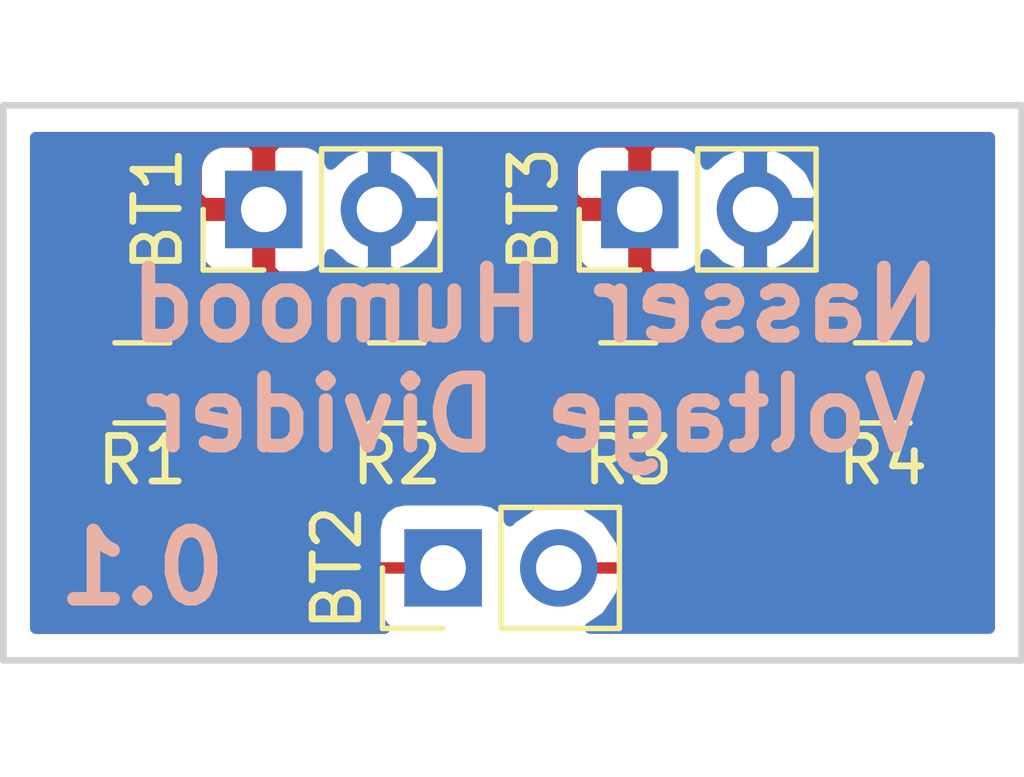
<source format=kicad_pcb>
(kicad_pcb (version 4) (host pcbnew 4.0.6)

  (general
    (links 9)
    (no_connects 0)
    (area 147.244999 110.668999 169.747001 123.011001)
    (thickness 1.6)
    (drawings 6)
    (tracks 12)
    (zones 0)
    (modules 7)
    (nets 6)
  )

  (page A4)
  (layers
    (0 F.Cu signal)
    (31 B.Cu signal hide)
    (32 B.Adhes user)
    (33 F.Adhes user)
    (34 B.Paste user)
    (35 F.Paste user)
    (36 B.SilkS user)
    (37 F.SilkS user)
    (38 B.Mask user)
    (39 F.Mask user)
    (40 Dwgs.User user)
    (41 Cmts.User user)
    (42 Eco1.User user)
    (43 Eco2.User user)
    (44 Edge.Cuts user)
    (45 Margin user)
    (46 B.CrtYd user)
    (47 F.CrtYd user)
    (48 B.Fab user)
    (49 F.Fab user)
  )

  (setup
    (last_trace_width 0.25)
    (trace_clearance 0.2)
    (zone_clearance 0.508)
    (zone_45_only no)
    (trace_min 0.2)
    (segment_width 0.2)
    (edge_width 0.15)
    (via_size 0.6)
    (via_drill 0.4)
    (via_min_size 0.4)
    (via_min_drill 0.3)
    (uvia_size 0.3)
    (uvia_drill 0.1)
    (uvias_allowed no)
    (uvia_min_size 0.2)
    (uvia_min_drill 0.1)
    (pcb_text_width 0.3)
    (pcb_text_size 1.5 1.5)
    (mod_edge_width 0.15)
    (mod_text_size 1 1)
    (mod_text_width 0.15)
    (pad_size 1.524 1.524)
    (pad_drill 0.762)
    (pad_to_mask_clearance 0.2)
    (aux_axis_origin 0 0)
    (visible_elements FFFFFF7F)
    (pcbplotparams
      (layerselection 0x00030_80000001)
      (usegerberextensions false)
      (excludeedgelayer true)
      (linewidth 0.100000)
      (plotframeref false)
      (viasonmask false)
      (mode 1)
      (useauxorigin false)
      (hpglpennumber 1)
      (hpglpenspeed 20)
      (hpglpendiameter 15)
      (hpglpenoverlay 2)
      (psnegative false)
      (psa4output false)
      (plotreference true)
      (plotvalue true)
      (plotinvisibletext false)
      (padsonsilk false)
      (subtractmaskfromsilk false)
      (outputformat 1)
      (mirror false)
      (drillshape 1)
      (scaleselection 1)
      (outputdirectory ""))
  )

  (net 0 "")
  (net 1 VCC)
  (net 2 GND)
  (net 3 VCC5)
  (net 4 GND5)
  (net 5 "Net-(R2-Pad1)")

  (net_class Default "This is the default net class."
    (clearance 0.2)
    (trace_width 0.25)
    (via_dia 0.6)
    (via_drill 0.4)
    (uvia_dia 0.3)
    (uvia_drill 0.1)
    (add_net GND)
    (add_net GND5)
    (add_net "Net-(R2-Pad1)")
    (add_net VCC)
    (add_net VCC5)
  )

  (module Socket_Strips:Socket_Strip_Straight_1x02_Pitch2.54mm (layer F.Cu) (tedit 588DE956) (tstamp 5B9B9705)
    (at 153.035 113.03 90)
    (descr "Through hole straight socket strip, 1x02, 2.54mm pitch, single row")
    (tags "Through hole socket strip THT 1x02 2.54mm single row")
    (path /5B9B7C91)
    (fp_text reference BT1 (at 0 -2.33 90) (layer F.SilkS)
      (effects (font (size 1 1) (thickness 0.15)))
    )
    (fp_text value Battery_Cell (at 0 4.87 90) (layer F.Fab)
      (effects (font (size 1 1) (thickness 0.15)))
    )
    (fp_line (start -1.27 -1.27) (end -1.27 3.81) (layer F.Fab) (width 0.1))
    (fp_line (start -1.27 3.81) (end 1.27 3.81) (layer F.Fab) (width 0.1))
    (fp_line (start 1.27 3.81) (end 1.27 -1.27) (layer F.Fab) (width 0.1))
    (fp_line (start 1.27 -1.27) (end -1.27 -1.27) (layer F.Fab) (width 0.1))
    (fp_line (start -1.33 1.27) (end -1.33 3.87) (layer F.SilkS) (width 0.12))
    (fp_line (start -1.33 3.87) (end 1.33 3.87) (layer F.SilkS) (width 0.12))
    (fp_line (start 1.33 3.87) (end 1.33 1.27) (layer F.SilkS) (width 0.12))
    (fp_line (start 1.33 1.27) (end -1.33 1.27) (layer F.SilkS) (width 0.12))
    (fp_line (start -1.33 0) (end -1.33 -1.33) (layer F.SilkS) (width 0.12))
    (fp_line (start -1.33 -1.33) (end 0 -1.33) (layer F.SilkS) (width 0.12))
    (fp_line (start -1.55 -1.55) (end -1.55 4.1) (layer F.CrtYd) (width 0.05))
    (fp_line (start -1.55 4.1) (end 1.55 4.1) (layer F.CrtYd) (width 0.05))
    (fp_line (start 1.55 4.1) (end 1.55 -1.55) (layer F.CrtYd) (width 0.05))
    (fp_line (start 1.55 -1.55) (end -1.55 -1.55) (layer F.CrtYd) (width 0.05))
    (pad 1 thru_hole rect (at 0 0 90) (size 1.7 1.7) (drill 1) (layers *.Cu *.Mask)
      (net 1 VCC))
    (pad 2 thru_hole oval (at 0 2.54 90) (size 1.7 1.7) (drill 1) (layers *.Cu *.Mask)
      (net 2 GND))
    (model Socket_Strips.3dshapes/Socket_Strip_Straight_1x02_Pitch2.54mm.wrl
      (at (xyz 0 -0.05 0))
      (scale (xyz 1 1 1))
      (rotate (xyz 0 0 270))
    )
  )

  (module Socket_Strips:Socket_Strip_Straight_1x02_Pitch2.54mm (layer F.Cu) (tedit 588DE956) (tstamp 5B9B970B)
    (at 156.972 120.904 90)
    (descr "Through hole straight socket strip, 1x02, 2.54mm pitch, single row")
    (tags "Through hole socket strip THT 1x02 2.54mm single row")
    (path /5B9B8477)
    (fp_text reference BT2 (at 0 -2.33 90) (layer F.SilkS)
      (effects (font (size 1 1) (thickness 0.15)))
    )
    (fp_text value Battery_Cell (at 0 4.87 90) (layer F.Fab)
      (effects (font (size 1 1) (thickness 0.15)))
    )
    (fp_line (start -1.27 -1.27) (end -1.27 3.81) (layer F.Fab) (width 0.1))
    (fp_line (start -1.27 3.81) (end 1.27 3.81) (layer F.Fab) (width 0.1))
    (fp_line (start 1.27 3.81) (end 1.27 -1.27) (layer F.Fab) (width 0.1))
    (fp_line (start 1.27 -1.27) (end -1.27 -1.27) (layer F.Fab) (width 0.1))
    (fp_line (start -1.33 1.27) (end -1.33 3.87) (layer F.SilkS) (width 0.12))
    (fp_line (start -1.33 3.87) (end 1.33 3.87) (layer F.SilkS) (width 0.12))
    (fp_line (start 1.33 3.87) (end 1.33 1.27) (layer F.SilkS) (width 0.12))
    (fp_line (start 1.33 1.27) (end -1.33 1.27) (layer F.SilkS) (width 0.12))
    (fp_line (start -1.33 0) (end -1.33 -1.33) (layer F.SilkS) (width 0.12))
    (fp_line (start -1.33 -1.33) (end 0 -1.33) (layer F.SilkS) (width 0.12))
    (fp_line (start -1.55 -1.55) (end -1.55 4.1) (layer F.CrtYd) (width 0.05))
    (fp_line (start -1.55 4.1) (end 1.55 4.1) (layer F.CrtYd) (width 0.05))
    (fp_line (start 1.55 4.1) (end 1.55 -1.55) (layer F.CrtYd) (width 0.05))
    (fp_line (start 1.55 -1.55) (end -1.55 -1.55) (layer F.CrtYd) (width 0.05))
    (pad 1 thru_hole rect (at 0 0 90) (size 1.7 1.7) (drill 1) (layers *.Cu *.Mask)
      (net 3 VCC5))
    (pad 2 thru_hole oval (at 0 2.54 90) (size 1.7 1.7) (drill 1) (layers *.Cu *.Mask)
      (net 4 GND5))
    (model Socket_Strips.3dshapes/Socket_Strip_Straight_1x02_Pitch2.54mm.wrl
      (at (xyz 0 -0.05 0))
      (scale (xyz 1 1 1))
      (rotate (xyz 0 0 270))
    )
  )

  (module Socket_Strips:Socket_Strip_Straight_1x02_Pitch2.54mm (layer F.Cu) (tedit 588DE956) (tstamp 5B9B9711)
    (at 161.29 113.03 90)
    (descr "Through hole straight socket strip, 1x02, 2.54mm pitch, single row")
    (tags "Through hole socket strip THT 1x02 2.54mm single row")
    (path /5B9B90CD)
    (fp_text reference BT3 (at 0 -2.33 90) (layer F.SilkS)
      (effects (font (size 1 1) (thickness 0.15)))
    )
    (fp_text value Battery_Cell (at 0 4.87 90) (layer F.Fab)
      (effects (font (size 1 1) (thickness 0.15)))
    )
    (fp_line (start -1.27 -1.27) (end -1.27 3.81) (layer F.Fab) (width 0.1))
    (fp_line (start -1.27 3.81) (end 1.27 3.81) (layer F.Fab) (width 0.1))
    (fp_line (start 1.27 3.81) (end 1.27 -1.27) (layer F.Fab) (width 0.1))
    (fp_line (start 1.27 -1.27) (end -1.27 -1.27) (layer F.Fab) (width 0.1))
    (fp_line (start -1.33 1.27) (end -1.33 3.87) (layer F.SilkS) (width 0.12))
    (fp_line (start -1.33 3.87) (end 1.33 3.87) (layer F.SilkS) (width 0.12))
    (fp_line (start 1.33 3.87) (end 1.33 1.27) (layer F.SilkS) (width 0.12))
    (fp_line (start 1.33 1.27) (end -1.33 1.27) (layer F.SilkS) (width 0.12))
    (fp_line (start -1.33 0) (end -1.33 -1.33) (layer F.SilkS) (width 0.12))
    (fp_line (start -1.33 -1.33) (end 0 -1.33) (layer F.SilkS) (width 0.12))
    (fp_line (start -1.55 -1.55) (end -1.55 4.1) (layer F.CrtYd) (width 0.05))
    (fp_line (start -1.55 4.1) (end 1.55 4.1) (layer F.CrtYd) (width 0.05))
    (fp_line (start 1.55 4.1) (end 1.55 -1.55) (layer F.CrtYd) (width 0.05))
    (fp_line (start 1.55 -1.55) (end -1.55 -1.55) (layer F.CrtYd) (width 0.05))
    (pad 1 thru_hole rect (at 0 0 90) (size 1.7 1.7) (drill 1) (layers *.Cu *.Mask)
      (net 1 VCC))
    (pad 2 thru_hole oval (at 0 2.54 90) (size 1.7 1.7) (drill 1) (layers *.Cu *.Mask)
      (net 2 GND))
    (model Socket_Strips.3dshapes/Socket_Strip_Straight_1x02_Pitch2.54mm.wrl
      (at (xyz 0 -0.05 0))
      (scale (xyz 1 1 1))
      (rotate (xyz 0 0 270))
    )
  )

  (module Resistors_SMD:R_0805_HandSoldering (layer F.Cu) (tedit 58AADA1D) (tstamp 5B9B9717)
    (at 150.368 116.84 180)
    (descr "Resistor SMD 0805, hand soldering")
    (tags "resistor 0805")
    (path /5B9B9350)
    (attr smd)
    (fp_text reference R1 (at 0 -1.7 180) (layer F.SilkS)
      (effects (font (size 1 1) (thickness 0.15)))
    )
    (fp_text value 100 (at 0 1.75 180) (layer F.Fab)
      (effects (font (size 1 1) (thickness 0.15)))
    )
    (fp_text user %R (at 0 -1.7 180) (layer F.Fab)
      (effects (font (size 1 1) (thickness 0.15)))
    )
    (fp_line (start -1 0.62) (end -1 -0.62) (layer F.Fab) (width 0.1))
    (fp_line (start 1 0.62) (end -1 0.62) (layer F.Fab) (width 0.1))
    (fp_line (start 1 -0.62) (end 1 0.62) (layer F.Fab) (width 0.1))
    (fp_line (start -1 -0.62) (end 1 -0.62) (layer F.Fab) (width 0.1))
    (fp_line (start 0.6 0.88) (end -0.6 0.88) (layer F.SilkS) (width 0.12))
    (fp_line (start -0.6 -0.88) (end 0.6 -0.88) (layer F.SilkS) (width 0.12))
    (fp_line (start -2.35 -0.9) (end 2.35 -0.9) (layer F.CrtYd) (width 0.05))
    (fp_line (start -2.35 -0.9) (end -2.35 0.9) (layer F.CrtYd) (width 0.05))
    (fp_line (start 2.35 0.9) (end 2.35 -0.9) (layer F.CrtYd) (width 0.05))
    (fp_line (start 2.35 0.9) (end -2.35 0.9) (layer F.CrtYd) (width 0.05))
    (pad 1 smd rect (at -1.35 0 180) (size 1.5 1.3) (layers F.Cu F.Paste F.Mask)
      (net 3 VCC5))
    (pad 2 smd rect (at 1.35 0 180) (size 1.5 1.3) (layers F.Cu F.Paste F.Mask)
      (net 1 VCC))
    (model Resistors_SMD.3dshapes/R_0805.wrl
      (at (xyz 0 0 0))
      (scale (xyz 1 1 1))
      (rotate (xyz 0 0 0))
    )
  )

  (module Resistors_SMD:R_0805_HandSoldering (layer F.Cu) (tedit 58AADA1D) (tstamp 5B9B971D)
    (at 155.956 116.84 180)
    (descr "Resistor SMD 0805, hand soldering")
    (tags "resistor 0805")
    (path /5B9B7DF6)
    (attr smd)
    (fp_text reference R2 (at 0 -1.7 180) (layer F.SilkS)
      (effects (font (size 1 1) (thickness 0.15)))
    )
    (fp_text value 200 (at 0 1.75 180) (layer F.Fab)
      (effects (font (size 1 1) (thickness 0.15)))
    )
    (fp_text user %R (at 0 -1.7 180) (layer F.Fab)
      (effects (font (size 1 1) (thickness 0.15)))
    )
    (fp_line (start -1 0.62) (end -1 -0.62) (layer F.Fab) (width 0.1))
    (fp_line (start 1 0.62) (end -1 0.62) (layer F.Fab) (width 0.1))
    (fp_line (start 1 -0.62) (end 1 0.62) (layer F.Fab) (width 0.1))
    (fp_line (start -1 -0.62) (end 1 -0.62) (layer F.Fab) (width 0.1))
    (fp_line (start 0.6 0.88) (end -0.6 0.88) (layer F.SilkS) (width 0.12))
    (fp_line (start -0.6 -0.88) (end 0.6 -0.88) (layer F.SilkS) (width 0.12))
    (fp_line (start -2.35 -0.9) (end 2.35 -0.9) (layer F.CrtYd) (width 0.05))
    (fp_line (start -2.35 -0.9) (end -2.35 0.9) (layer F.CrtYd) (width 0.05))
    (fp_line (start 2.35 0.9) (end 2.35 -0.9) (layer F.CrtYd) (width 0.05))
    (fp_line (start 2.35 0.9) (end -2.35 0.9) (layer F.CrtYd) (width 0.05))
    (pad 1 smd rect (at -1.35 0 180) (size 1.5 1.3) (layers F.Cu F.Paste F.Mask)
      (net 5 "Net-(R2-Pad1)"))
    (pad 2 smd rect (at 1.35 0 180) (size 1.5 1.3) (layers F.Cu F.Paste F.Mask)
      (net 3 VCC5))
    (model Resistors_SMD.3dshapes/R_0805.wrl
      (at (xyz 0 0 0))
      (scale (xyz 1 1 1))
      (rotate (xyz 0 0 0))
    )
  )

  (module Resistors_SMD:R_0805_HandSoldering (layer F.Cu) (tedit 58AADA1D) (tstamp 5B9B9723)
    (at 161.036 116.84 180)
    (descr "Resistor SMD 0805, hand soldering")
    (tags "resistor 0805")
    (path /5B9B7EC7)
    (attr smd)
    (fp_text reference R3 (at 0 -1.7 180) (layer F.SilkS)
      (effects (font (size 1 1) (thickness 0.15)))
    )
    (fp_text value 300 (at 0 1.75 180) (layer F.Fab)
      (effects (font (size 1 1) (thickness 0.15)))
    )
    (fp_text user %R (at 0 -1.7 180) (layer F.Fab)
      (effects (font (size 1 1) (thickness 0.15)))
    )
    (fp_line (start -1 0.62) (end -1 -0.62) (layer F.Fab) (width 0.1))
    (fp_line (start 1 0.62) (end -1 0.62) (layer F.Fab) (width 0.1))
    (fp_line (start 1 -0.62) (end 1 0.62) (layer F.Fab) (width 0.1))
    (fp_line (start -1 -0.62) (end 1 -0.62) (layer F.Fab) (width 0.1))
    (fp_line (start 0.6 0.88) (end -0.6 0.88) (layer F.SilkS) (width 0.12))
    (fp_line (start -0.6 -0.88) (end 0.6 -0.88) (layer F.SilkS) (width 0.12))
    (fp_line (start -2.35 -0.9) (end 2.35 -0.9) (layer F.CrtYd) (width 0.05))
    (fp_line (start -2.35 -0.9) (end -2.35 0.9) (layer F.CrtYd) (width 0.05))
    (fp_line (start 2.35 0.9) (end 2.35 -0.9) (layer F.CrtYd) (width 0.05))
    (fp_line (start 2.35 0.9) (end -2.35 0.9) (layer F.CrtYd) (width 0.05))
    (pad 1 smd rect (at -1.35 0 180) (size 1.5 1.3) (layers F.Cu F.Paste F.Mask)
      (net 4 GND5))
    (pad 2 smd rect (at 1.35 0 180) (size 1.5 1.3) (layers F.Cu F.Paste F.Mask)
      (net 5 "Net-(R2-Pad1)"))
    (model Resistors_SMD.3dshapes/R_0805.wrl
      (at (xyz 0 0 0))
      (scale (xyz 1 1 1))
      (rotate (xyz 0 0 0))
    )
  )

  (module Resistors_SMD:R_0805_HandSoldering (layer F.Cu) (tedit 58AADA1D) (tstamp 5B9B9729)
    (at 166.624 116.84 180)
    (descr "Resistor SMD 0805, hand soldering")
    (tags "resistor 0805")
    (path /5B9B8F56)
    (attr smd)
    (fp_text reference R4 (at 0 -1.7 180) (layer F.SilkS)
      (effects (font (size 1 1) (thickness 0.15)))
    )
    (fp_text value 300 (at 0 1.75 180) (layer F.Fab)
      (effects (font (size 1 1) (thickness 0.15)))
    )
    (fp_text user %R (at 0 -1.7 180) (layer F.Fab)
      (effects (font (size 1 1) (thickness 0.15)))
    )
    (fp_line (start -1 0.62) (end -1 -0.62) (layer F.Fab) (width 0.1))
    (fp_line (start 1 0.62) (end -1 0.62) (layer F.Fab) (width 0.1))
    (fp_line (start 1 -0.62) (end 1 0.62) (layer F.Fab) (width 0.1))
    (fp_line (start -1 -0.62) (end 1 -0.62) (layer F.Fab) (width 0.1))
    (fp_line (start 0.6 0.88) (end -0.6 0.88) (layer F.SilkS) (width 0.12))
    (fp_line (start -0.6 -0.88) (end 0.6 -0.88) (layer F.SilkS) (width 0.12))
    (fp_line (start -2.35 -0.9) (end 2.35 -0.9) (layer F.CrtYd) (width 0.05))
    (fp_line (start -2.35 -0.9) (end -2.35 0.9) (layer F.CrtYd) (width 0.05))
    (fp_line (start 2.35 0.9) (end 2.35 -0.9) (layer F.CrtYd) (width 0.05))
    (fp_line (start 2.35 0.9) (end -2.35 0.9) (layer F.CrtYd) (width 0.05))
    (pad 1 smd rect (at -1.35 0 180) (size 1.5 1.3) (layers F.Cu F.Paste F.Mask)
      (net 2 GND))
    (pad 2 smd rect (at 1.35 0 180) (size 1.5 1.3) (layers F.Cu F.Paste F.Mask)
      (net 4 GND5))
    (model Resistors_SMD.3dshapes/R_0805.wrl
      (at (xyz 0 0 0))
      (scale (xyz 1 1 1))
      (rotate (xyz 0 0 0))
    )
  )

  (gr_text 0.1 (at 150.368 120.904) (layer B.SilkS)
    (effects (font (size 1.5 1.5) (thickness 0.3)) (justify mirror))
  )
  (gr_text "Nasser Humood\nVoltage Divider" (at 159.004 116.332) (layer B.SilkS)
    (effects (font (size 1.5 1.5) (thickness 0.3)) (justify mirror))
  )
  (gr_line (start 147.32 110.744) (end 147.32 122.936) (angle 90) (layer Edge.Cuts) (width 0.15))
  (gr_line (start 169.672 110.744) (end 147.32 110.744) (angle 90) (layer Edge.Cuts) (width 0.15))
  (gr_line (start 169.672 122.936) (end 169.672 110.744) (angle 90) (layer Edge.Cuts) (width 0.15))
  (gr_line (start 147.32 122.936) (end 169.672 122.936) (angle 90) (layer Edge.Cuts) (width 0.15))

  (segment (start 167.974 116.84) (end 167.974 114.126) (width 0.25) (layer F.Cu) (net 2))
  (segment (start 166.878 113.03) (end 163.83 113.03) (width 0.25) (layer F.Cu) (net 2) (tstamp 5B9B9875))
  (segment (start 167.974 114.126) (end 166.878 113.03) (width 0.25) (layer F.Cu) (net 2) (tstamp 5B9B986C))
  (segment (start 156.972 120.904) (end 152.908 120.904) (width 0.25) (layer F.Cu) (net 3))
  (segment (start 151.718 119.714) (end 151.718 116.84) (width 0.25) (layer F.Cu) (net 3) (tstamp 5B9B98C8))
  (segment (start 152.908 120.904) (end 151.718 119.714) (width 0.25) (layer F.Cu) (net 3) (tstamp 5B9B98BE))
  (segment (start 151.718 116.84) (end 154.606 116.84) (width 0.25) (layer F.Cu) (net 3))
  (segment (start 159.512 120.904) (end 163.576 120.904) (width 0.25) (layer F.Cu) (net 4))
  (segment (start 165.274 119.206) (end 165.274 116.84) (width 0.25) (layer F.Cu) (net 4) (tstamp 5B9B988E))
  (segment (start 163.576 120.904) (end 165.274 119.206) (width 0.25) (layer F.Cu) (net 4) (tstamp 5B9B9882))
  (segment (start 165.274 116.84) (end 162.386 116.84) (width 0.25) (layer F.Cu) (net 4))
  (segment (start 159.686 116.84) (end 157.306 116.84) (width 0.25) (layer F.Cu) (net 5))

  (zone (net 1) (net_name VCC) (layer F.Cu) (tstamp 5B9B97FB) (hatch edge 0.508)
    (connect_pads (clearance 0.508))
    (min_thickness 0.254)
    (fill yes (arc_segments 16) (thermal_gap 0.508) (thermal_bridge_width 0.508))
    (polygon
      (pts
        (xy 169.672 122.936) (xy 147.32 122.936) (xy 147.32 110.744) (xy 169.672 110.744)
      )
    )
    (filled_polygon
      (pts
        (xy 168.962 115.590756) (xy 168.734 115.544585) (xy 168.734 114.126) (xy 168.676148 113.835161) (xy 168.511401 113.588599)
        (xy 167.415401 112.492599) (xy 167.168839 112.327852) (xy 166.878 112.27) (xy 165.093301 112.27) (xy 164.880054 111.950853)
        (xy 164.398285 111.628946) (xy 163.83 111.515907) (xy 163.261715 111.628946) (xy 162.779946 111.950853) (xy 162.750597 111.994777)
        (xy 162.678327 111.820302) (xy 162.499699 111.641673) (xy 162.26631 111.545) (xy 161.57575 111.545) (xy 161.417 111.70375)
        (xy 161.417 112.903) (xy 161.437 112.903) (xy 161.437 113.157) (xy 161.417 113.157) (xy 161.417 114.35625)
        (xy 161.57575 114.515) (xy 162.26631 114.515) (xy 162.499699 114.418327) (xy 162.678327 114.239698) (xy 162.750597 114.065223)
        (xy 162.779946 114.109147) (xy 163.261715 114.431054) (xy 163.83 114.544093) (xy 164.398285 114.431054) (xy 164.880054 114.109147)
        (xy 165.093301 113.79) (xy 166.563198 113.79) (xy 167.214 114.440802) (xy 167.214 115.544442) (xy 166.988683 115.586838)
        (xy 166.772559 115.72591) (xy 166.627569 115.93811) (xy 166.624919 115.951197) (xy 166.48809 115.738559) (xy 166.27589 115.593569)
        (xy 166.024 115.54256) (xy 164.524 115.54256) (xy 164.288683 115.586838) (xy 164.072559 115.72591) (xy 163.927569 115.93811)
        (xy 163.898836 116.08) (xy 163.762742 116.08) (xy 163.739162 115.954683) (xy 163.60009 115.738559) (xy 163.38789 115.593569)
        (xy 163.136 115.54256) (xy 161.636 115.54256) (xy 161.400683 115.586838) (xy 161.184559 115.72591) (xy 161.039569 115.93811)
        (xy 161.036919 115.951197) (xy 160.90009 115.738559) (xy 160.68789 115.593569) (xy 160.436 115.54256) (xy 158.936 115.54256)
        (xy 158.700683 115.586838) (xy 158.493323 115.72027) (xy 158.30789 115.593569) (xy 158.056 115.54256) (xy 156.556 115.54256)
        (xy 156.320683 115.586838) (xy 156.104559 115.72591) (xy 155.959569 115.93811) (xy 155.956919 115.951197) (xy 155.82009 115.738559)
        (xy 155.60789 115.593569) (xy 155.356 115.54256) (xy 153.856 115.54256) (xy 153.620683 115.586838) (xy 153.404559 115.72591)
        (xy 153.259569 115.93811) (xy 153.230836 116.08) (xy 153.094742 116.08) (xy 153.071162 115.954683) (xy 152.93209 115.738559)
        (xy 152.71989 115.593569) (xy 152.468 115.54256) (xy 150.968 115.54256) (xy 150.732683 115.586838) (xy 150.516559 115.72591)
        (xy 150.371569 115.93811) (xy 150.364809 115.97149) (xy 150.306327 115.830301) (xy 150.127698 115.651673) (xy 149.894309 115.555)
        (xy 149.30375 115.555) (xy 149.145 115.71375) (xy 149.145 116.713) (xy 149.165 116.713) (xy 149.165 116.967)
        (xy 149.145 116.967) (xy 149.145 117.96625) (xy 149.30375 118.125) (xy 149.894309 118.125) (xy 150.127698 118.028327)
        (xy 150.306327 117.849699) (xy 150.362654 117.713713) (xy 150.364838 117.725317) (xy 150.50391 117.941441) (xy 150.71611 118.086431)
        (xy 150.958 118.135415) (xy 150.958 119.714) (xy 151.015852 120.004839) (xy 151.180599 120.251401) (xy 152.370599 121.441401)
        (xy 152.617161 121.606148) (xy 152.908 121.664) (xy 155.47456 121.664) (xy 155.47456 121.754) (xy 155.518838 121.989317)
        (xy 155.65791 122.205441) (xy 155.687999 122.226) (xy 148.03 122.226) (xy 148.03 118.078736) (xy 148.141691 118.125)
        (xy 148.73225 118.125) (xy 148.891 117.96625) (xy 148.891 116.967) (xy 148.871 116.967) (xy 148.871 116.713)
        (xy 148.891 116.713) (xy 148.891 115.71375) (xy 148.73225 115.555) (xy 148.141691 115.555) (xy 148.03 115.601264)
        (xy 148.03 113.31575) (xy 151.55 113.31575) (xy 151.55 114.006309) (xy 151.646673 114.239698) (xy 151.825301 114.418327)
        (xy 152.05869 114.515) (xy 152.74925 114.515) (xy 152.908 114.35625) (xy 152.908 113.157) (xy 151.70875 113.157)
        (xy 151.55 113.31575) (xy 148.03 113.31575) (xy 148.03 112.053691) (xy 151.55 112.053691) (xy 151.55 112.74425)
        (xy 151.70875 112.903) (xy 152.908 112.903) (xy 152.908 111.70375) (xy 153.162 111.70375) (xy 153.162 112.903)
        (xy 153.182 112.903) (xy 153.182 113.157) (xy 153.162 113.157) (xy 153.162 114.35625) (xy 153.32075 114.515)
        (xy 154.01131 114.515) (xy 154.244699 114.418327) (xy 154.423327 114.239698) (xy 154.495597 114.065223) (xy 154.524946 114.109147)
        (xy 155.006715 114.431054) (xy 155.575 114.544093) (xy 156.143285 114.431054) (xy 156.625054 114.109147) (xy 156.946961 113.627378)
        (xy 157.008947 113.31575) (xy 159.805 113.31575) (xy 159.805 114.006309) (xy 159.901673 114.239698) (xy 160.080301 114.418327)
        (xy 160.31369 114.515) (xy 161.00425 114.515) (xy 161.163 114.35625) (xy 161.163 113.157) (xy 159.96375 113.157)
        (xy 159.805 113.31575) (xy 157.008947 113.31575) (xy 157.06 113.059093) (xy 157.06 113.000907) (xy 156.946961 112.432622)
        (xy 156.693768 112.053691) (xy 159.805 112.053691) (xy 159.805 112.74425) (xy 159.96375 112.903) (xy 161.163 112.903)
        (xy 161.163 111.70375) (xy 161.00425 111.545) (xy 160.31369 111.545) (xy 160.080301 111.641673) (xy 159.901673 111.820302)
        (xy 159.805 112.053691) (xy 156.693768 112.053691) (xy 156.625054 111.950853) (xy 156.143285 111.628946) (xy 155.575 111.515907)
        (xy 155.006715 111.628946) (xy 154.524946 111.950853) (xy 154.495597 111.994777) (xy 154.423327 111.820302) (xy 154.244699 111.641673)
        (xy 154.01131 111.545) (xy 153.32075 111.545) (xy 153.162 111.70375) (xy 152.908 111.70375) (xy 152.74925 111.545)
        (xy 152.05869 111.545) (xy 151.825301 111.641673) (xy 151.646673 111.820302) (xy 151.55 112.053691) (xy 148.03 112.053691)
        (xy 148.03 111.454) (xy 168.962 111.454)
      )
    )
  )
  (zone (net 2) (net_name GND) (layer B.Cu) (tstamp 5B9B981B) (hatch edge 0.508)
    (connect_pads (clearance 0.508))
    (min_thickness 0.254)
    (fill yes (arc_segments 16) (thermal_gap 0.508) (thermal_bridge_width 0.508))
    (polygon
      (pts
        (xy 169.672 122.936) (xy 147.32 122.936) (xy 147.32 110.744) (xy 169.672 110.744)
      )
    )
    (filled_polygon
      (pts
        (xy 168.962 122.226) (xy 160.198598 122.226) (xy 160.562054 121.983147) (xy 160.883961 121.501378) (xy 160.997 120.933093)
        (xy 160.997 120.874907) (xy 160.883961 120.306622) (xy 160.562054 119.824853) (xy 160.080285 119.502946) (xy 159.512 119.389907)
        (xy 158.943715 119.502946) (xy 158.461946 119.824853) (xy 158.43415 119.866452) (xy 158.425162 119.818683) (xy 158.28609 119.602559)
        (xy 158.07389 119.457569) (xy 157.822 119.40656) (xy 156.122 119.40656) (xy 155.886683 119.450838) (xy 155.670559 119.58991)
        (xy 155.525569 119.80211) (xy 155.47456 120.054) (xy 155.47456 121.754) (xy 155.518838 121.989317) (xy 155.65791 122.205441)
        (xy 155.687999 122.226) (xy 148.03 122.226) (xy 148.03 112.18) (xy 151.53756 112.18) (xy 151.53756 113.88)
        (xy 151.581838 114.115317) (xy 151.72091 114.331441) (xy 151.93311 114.476431) (xy 152.185 114.52744) (xy 153.885 114.52744)
        (xy 154.120317 114.483162) (xy 154.336441 114.34409) (xy 154.481431 114.13189) (xy 154.503301 114.023893) (xy 154.808076 114.301645)
        (xy 155.21811 114.471476) (xy 155.448 114.350155) (xy 155.448 113.157) (xy 155.702 113.157) (xy 155.702 114.350155)
        (xy 155.93189 114.471476) (xy 156.341924 114.301645) (xy 156.770183 113.911358) (xy 157.016486 113.386892) (xy 156.895819 113.157)
        (xy 155.702 113.157) (xy 155.448 113.157) (xy 155.428 113.157) (xy 155.428 112.903) (xy 155.448 112.903)
        (xy 155.448 111.709845) (xy 155.702 111.709845) (xy 155.702 112.903) (xy 156.895819 112.903) (xy 157.016486 112.673108)
        (xy 156.78491 112.18) (xy 159.79256 112.18) (xy 159.79256 113.88) (xy 159.836838 114.115317) (xy 159.97591 114.331441)
        (xy 160.18811 114.476431) (xy 160.44 114.52744) (xy 162.14 114.52744) (xy 162.375317 114.483162) (xy 162.591441 114.34409)
        (xy 162.736431 114.13189) (xy 162.758301 114.023893) (xy 163.063076 114.301645) (xy 163.47311 114.471476) (xy 163.703 114.350155)
        (xy 163.703 113.157) (xy 163.957 113.157) (xy 163.957 114.350155) (xy 164.18689 114.471476) (xy 164.596924 114.301645)
        (xy 165.025183 113.911358) (xy 165.271486 113.386892) (xy 165.150819 113.157) (xy 163.957 113.157) (xy 163.703 113.157)
        (xy 163.683 113.157) (xy 163.683 112.903) (xy 163.703 112.903) (xy 163.703 111.709845) (xy 163.957 111.709845)
        (xy 163.957 112.903) (xy 165.150819 112.903) (xy 165.271486 112.673108) (xy 165.025183 112.148642) (xy 164.596924 111.758355)
        (xy 164.18689 111.588524) (xy 163.957 111.709845) (xy 163.703 111.709845) (xy 163.47311 111.588524) (xy 163.063076 111.758355)
        (xy 162.760063 112.034501) (xy 162.743162 111.944683) (xy 162.60409 111.728559) (xy 162.39189 111.583569) (xy 162.14 111.53256)
        (xy 160.44 111.53256) (xy 160.204683 111.576838) (xy 159.988559 111.71591) (xy 159.843569 111.92811) (xy 159.79256 112.18)
        (xy 156.78491 112.18) (xy 156.770183 112.148642) (xy 156.341924 111.758355) (xy 155.93189 111.588524) (xy 155.702 111.709845)
        (xy 155.448 111.709845) (xy 155.21811 111.588524) (xy 154.808076 111.758355) (xy 154.505063 112.034501) (xy 154.488162 111.944683)
        (xy 154.34909 111.728559) (xy 154.13689 111.583569) (xy 153.885 111.53256) (xy 152.185 111.53256) (xy 151.949683 111.576838)
        (xy 151.733559 111.71591) (xy 151.588569 111.92811) (xy 151.53756 112.18) (xy 148.03 112.18) (xy 148.03 111.454)
        (xy 168.962 111.454)
      )
    )
  )
)

</source>
